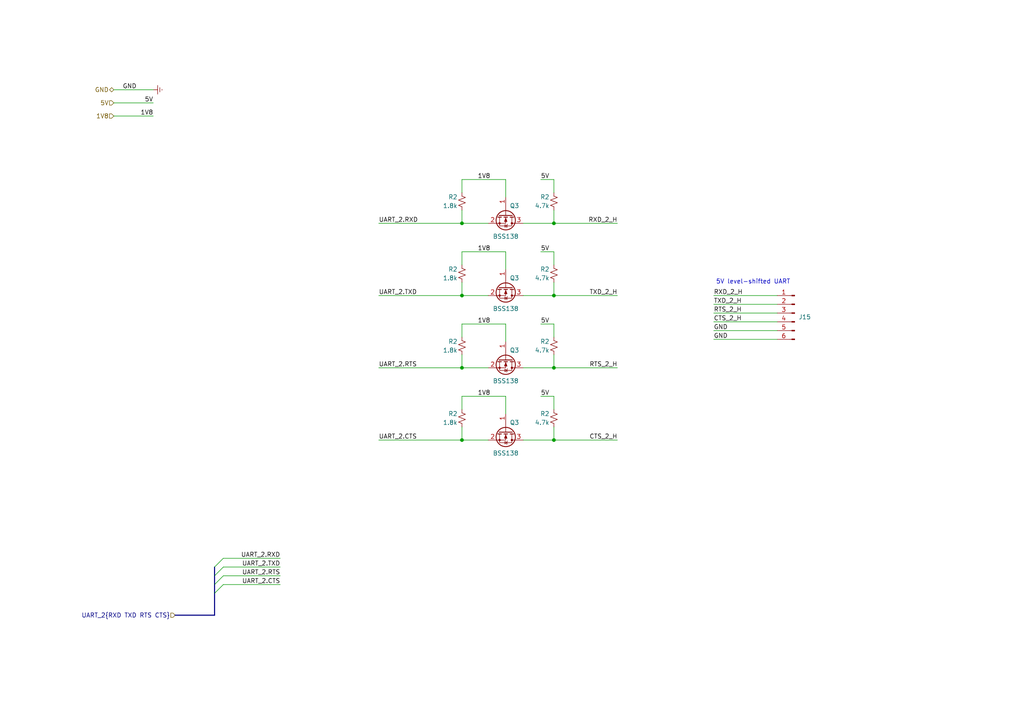
<source format=kicad_sch>
(kicad_sch (version 20230121) (generator eeschema)
  (paper "A4")
  (lib_symbols
    (symbol "CholaSymbolsPrjLib:BSS138" (pin_names hide)
      (property "Reference" "Q" (at 5.08 1.905 0))
      (property "Value" "BSS138" (at 5.08 0 0))
      (symbol "BSS138_0_1"
        (polyline (pts (xy 0.254 0) (xy -2.54 0)))
        (polyline (pts (xy 0.254 1.905) (xy 0.254 -1.905)) (stroke (width 0.254)))
        (polyline (pts (xy 0.762 -1.27) (xy 0.762 -2.286)) (stroke (width 0.254)))
        (polyline (pts (xy 0.762 0.508) (xy 0.762 -0.508)) (stroke (width 0.254)))
        (polyline (pts (xy 0.762 2.286) (xy 0.762 1.27)) (stroke (width 0.254)))
        (polyline (pts (xy 2.54 2.54) (xy 2.54 1.778)))
        (polyline (pts (xy 2.54 -2.54) (xy 2.54 0) (xy 0.762 0)))
        (polyline (pts (xy 0.762 -1.778) (xy 3.302 -1.778) (xy 3.302 1.778) (xy 0.762 1.778)))
        (polyline (pts (xy 1.016 0) (xy 2.032 0.381) (xy 2.032 -0.381) (xy 1.016 0)) (fill (type outline)))
        (polyline (pts (xy 2.794 0.508) (xy 2.921 0.381) (xy 3.683 0.381) (xy 3.81 0.254)))
        (polyline (pts (xy 3.302 0.381) (xy 2.921 -0.254) (xy 3.683 -0.254) (xy 3.302 0.381)))
        (circle (center 1.651 0) (radius 2.794) (stroke (width 0.254)))
        (circle (center 2.54 -1.778) (radius 0.254) (fill (type outline)))
        (circle (center 2.54 1.778) (radius 0.254) (fill (type outline)))
      )
      (symbol "BSS138_1_1"
        (pin input line (at -5.08 0 0) (length 2.54) (name "G") (number "1"))
        (pin passive line (at 2.54 -5.08 90) (length 2.54) (name "S") (number "2"))
        (pin passive line (at 2.54 5.08 270) (length 2.54) (name "D") (number "3"))
      )
    )
    (symbol "CholaSymbolsPrjLib:Conn_01x06_Pin" (pin_names (offset 1.016) hide)
      (property "Reference" "J" (at 0 7.62 0))
      (property "Value" "Conn_01x06_Pin" (at 0 -10.16 0))
      (symbol "Conn_01x06_Pin_1_1"
        (polyline (pts (xy 1.27 -7.62) (xy 0.8636 -7.62)) (stroke (width 0.1524)))
        (polyline (pts (xy 1.27 -5.08) (xy 0.8636 -5.08)) (stroke (width 0.1524)))
        (polyline (pts (xy 1.27 -2.54) (xy 0.8636 -2.54)) (stroke (width 0.1524)))
        (polyline (pts (xy 1.27 0) (xy 0.8636 0)) (stroke (width 0.1524)))
        (polyline (pts (xy 1.27 2.54) (xy 0.8636 2.54)) (stroke (width 0.1524)))
        (polyline (pts (xy 1.27 5.08) (xy 0.8636 5.08)) (stroke (width 0.1524)))
        (rectangle (start 0.8636 -7.493) (end 0 -7.747) (stroke (width 0.1524)) (fill (type outline)))
        (rectangle (start 0.8636 -4.953) (end 0 -5.207) (stroke (width 0.1524)) (fill (type outline)))
        (rectangle (start 0.8636 -2.413) (end 0 -2.667) (stroke (width 0.1524)) (fill (type outline)))
        (rectangle (start 0.8636 0.127) (end 0 -0.127) (stroke (width 0.1524)) (fill (type outline)))
        (rectangle (start 0.8636 2.667) (end 0 2.413) (stroke (width 0.1524)) (fill (type outline)))
        (rectangle (start 0.8636 5.207) (end 0 4.953) (stroke (width 0.1524)) (fill (type outline)))
        (pin passive line (at 5.08 5.08 180) (length 3.81) (name "Pin_1") (number "1"))
        (pin passive line (at 5.08 2.54 180) (length 3.81) (name "Pin_2") (number "2"))
        (pin passive line (at 5.08 0 180) (length 3.81) (name "Pin_3") (number "3"))
        (pin passive line (at 5.08 -2.54 180) (length 3.81) (name "Pin_4") (number "4"))
        (pin passive line (at 5.08 -5.08 180) (length 3.81) (name "Pin_5") (number "5"))
        (pin passive line (at 5.08 -7.62 180) (length 3.81) (name "Pin_6") (number "6"))
      )
    )
    (symbol "CholaSymbolsPrjLib:R_Small_US" (pin_numbers hide) (pin_names (offset 0.254) hide)
      (property "Reference" "R" (at 0.762 0.508 0))
      (property "Value" "R_Small_US" (at 0.762 -1.016 0))
      (symbol "R_Small_US_1_1"
        (polyline (pts (xy 0 0) (xy 1.016 -0.381) (xy 0 -0.762) (xy -1.016 -1.143) (xy 0 -1.524)))
        (polyline (pts (xy 0 1.524) (xy 1.016 1.143) (xy 0 0.762) (xy -1.016 0.381) (xy 0 0)))
        (pin passive line (at 0 2.54 270) (length 1.016) (name "~") (number "1"))
        (pin passive line (at 0 -2.54 90) (length 1.016) (name "~") (number "2"))
      )
    )
    (symbol "power:GNDREF" (power) (pin_names (offset 0))
      (property "Value" "GNDREF" (at 0 -3.81 0))
      (symbol "GNDREF_0_1"
        (polyline (pts (xy -0.635 -1.905) (xy 0.635 -1.905)))
        (polyline (pts (xy -0.127 -2.54) (xy 0.127 -2.54)))
        (polyline (pts (xy 0 -1.27) (xy 0 0)))
        (polyline (pts (xy 1.27 -1.27) (xy -1.27 -1.27)))
      )
      (symbol "GNDREF_1_1"
        (pin power_in line (at 0 0 270) (length 0) hide (name "GNDREF") (number "1"))
      )
    )
  )
  (junction (at 160.655 64.77))
  (junction (at 160.655 106.68))
  (junction (at 133.985 64.77))
  (junction (at 133.985 127.635))
  (junction (at 133.985 106.68))
  (junction (at 160.655 127.635))
  (junction (at 133.985 85.725))
  (junction (at 160.655 85.725))
  (bus_entry (at 62.23 172.085) (size 2.54 -2.54))
  (bus_entry (at 62.23 164.465) (size 2.54 -2.54))
  (bus_entry (at 62.23 169.545) (size 2.54 -2.54))
  (bus_entry (at 62.23 167.005) (size 2.54 -2.54))
  (wire (pts (xy 151.765 64.77) (xy 160.655 64.77)))
  (wire (pts (xy 207.01 93.345) (xy 225.425 93.345)))
  (bus (pts (xy 62.23 164.465) (xy 62.23 167.005)))
  (wire (pts (xy 64.77 169.545) (xy 81.28 169.545)))
  (wire (pts (xy 109.855 106.68) (xy 133.985 106.68)))
  (wire (pts (xy 156.845 93.98) (xy 160.655 93.98)))
  (wire (pts (xy 207.01 88.265) (xy 225.425 88.265)))
  (wire (pts (xy 207.01 90.805) (xy 225.425 90.805)))
  (wire (pts (xy 33.02 33.655) (xy 44.45 33.655)))
  (wire (pts (xy 225.425 85.725) (xy 207.01 85.725)))
  (wire (pts (xy 133.985 52.07) (xy 133.985 55.88)))
  (wire (pts (xy 160.655 123.825) (xy 160.655 127.635)))
  (wire (pts (xy 133.985 60.96) (xy 133.985 64.77)))
  (wire (pts (xy 160.655 52.07) (xy 160.655 55.88)))
  (wire (pts (xy 160.655 106.68) (xy 179.07 106.68)))
  (wire (pts (xy 160.655 102.87) (xy 160.655 106.68)))
  (wire (pts (xy 133.985 93.98) (xy 133.985 97.79)))
  (wire (pts (xy 160.655 127.635) (xy 179.07 127.635)))
  (wire (pts (xy 156.845 52.07) (xy 160.655 52.07)))
  (wire (pts (xy 151.765 127.635) (xy 160.655 127.635)))
  (wire (pts (xy 133.985 127.635) (xy 141.605 127.635)))
  (wire (pts (xy 133.985 52.07) (xy 146.685 52.07)))
  (bus (pts (xy 50.8 178.435) (xy 62.23 178.435)))
  (wire (pts (xy 160.655 73.025) (xy 160.655 76.835)))
  (wire (pts (xy 109.855 64.77) (xy 133.985 64.77)))
  (wire (pts (xy 160.655 81.915) (xy 160.655 85.725)))
  (wire (pts (xy 225.425 95.885) (xy 207.01 95.885)))
  (wire (pts (xy 33.02 26.035) (xy 44.45 26.035)))
  (wire (pts (xy 133.985 114.935) (xy 133.985 118.745)))
  (wire (pts (xy 33.02 29.845) (xy 44.45 29.845)))
  (wire (pts (xy 109.855 127.635) (xy 133.985 127.635)))
  (bus (pts (xy 62.23 167.005) (xy 62.23 169.545)))
  (wire (pts (xy 146.685 93.98) (xy 146.685 99.06)))
  (wire (pts (xy 146.685 52.07) (xy 146.685 57.15)))
  (wire (pts (xy 146.685 114.935) (xy 146.685 120.015)))
  (wire (pts (xy 133.985 93.98) (xy 146.685 93.98)))
  (wire (pts (xy 151.765 106.68) (xy 160.655 106.68)))
  (wire (pts (xy 133.985 64.77) (xy 141.605 64.77)))
  (wire (pts (xy 160.655 64.77) (xy 179.07 64.77)))
  (wire (pts (xy 133.985 73.025) (xy 146.685 73.025)))
  (wire (pts (xy 146.685 73.025) (xy 146.685 78.105)))
  (wire (pts (xy 225.425 98.425) (xy 207.01 98.425)))
  (wire (pts (xy 133.985 114.935) (xy 146.685 114.935)))
  (wire (pts (xy 109.855 85.725) (xy 133.985 85.725)))
  (wire (pts (xy 133.985 123.825) (xy 133.985 127.635)))
  (wire (pts (xy 160.655 85.725) (xy 179.07 85.725)))
  (wire (pts (xy 64.77 167.005) (xy 81.28 167.005)))
  (wire (pts (xy 160.655 60.96) (xy 160.655 64.77)))
  (wire (pts (xy 64.77 161.925) (xy 81.28 161.925)))
  (wire (pts (xy 133.985 73.025) (xy 133.985 76.835)))
  (wire (pts (xy 160.655 93.98) (xy 160.655 97.79)))
  (wire (pts (xy 156.845 114.935) (xy 160.655 114.935)))
  (wire (pts (xy 151.765 85.725) (xy 160.655 85.725)))
  (wire (pts (xy 156.845 73.025) (xy 160.655 73.025)))
  (bus (pts (xy 62.23 172.085) (xy 62.23 178.435)))
  (wire (pts (xy 133.985 85.725) (xy 141.605 85.725)))
  (wire (pts (xy 133.985 106.68) (xy 141.605 106.68)))
  (bus (pts (xy 62.23 169.545) (xy 62.23 172.085)))
  (wire (pts (xy 133.985 102.87) (xy 133.985 106.68)))
  (wire (pts (xy 64.77 164.465) (xy 81.28 164.465)))
  (wire (pts (xy 160.655 114.935) (xy 160.655 118.745)))
  (wire (pts (xy 133.985 81.915) (xy 133.985 85.725)))
  (text "5V level-shifted UART" (at 207.645 82.55 0) (effects (font (size 1.27 1.27)) (justify left bottom)))
  (label "RXD_2_H" (at 179.07 64.77 180))
  (label "1V8" (at 142.24 52.07 180))
  (label "1V8" (at 142.24 114.935 180))
  (label "UART_2.CTS" (at 81.28 169.545 180))
  (label "RTS_2_H" (at 207.01 90.805 0))
  (label "RXD_2_H" (at 207.01 85.725 0))
  (label "UART_2.RTS" (at 109.855 106.68 0))
  (label "CTS_2_H" (at 207.01 93.345 0))
  (label "5V" (at 156.845 114.935 0))
  (label "GND" (at 207.01 98.425 0))
  (label "5V" (at 156.845 73.025 0))
  (label "5V" (at 156.845 93.98 0))
  (label "UART_2.TXD" (at 109.855 85.725 0))
  (label "TXD_2_H" (at 207.01 88.265 0))
  (label "UART_2.TXD" (at 81.28 164.465 180))
  (label "1V8" (at 142.24 73.025 180))
  (label "UART_2.RXD" (at 109.855 64.77 0))
  (label "5V" (at 44.45 29.845 180))
  (label "1V8" (at 142.24 93.98 180))
  (label "UART_2.CTS" (at 109.855 127.635 0))
  (label "1V8" (at 44.45 33.655 180))
  (label "GND" (at 35.56 26.035 0))
  (label "TXD_2_H" (at 179.07 85.725 180))
  (label "CTS_2_H" (at 179.07 127.635 180))
  (label "UART_2.RTS" (at 81.28 167.005 180))
  (label "GND" (at 207.01 95.885 0))
  (label "UART_2.RXD" (at 81.28 161.925 180))
  (label "RTS_2_H" (at 179.07 106.68 180))
  (label "5V" (at 156.845 52.07 0))
  (hierarchical_label "5V" (shape input) (at 33.02 29.845 180))
  (hierarchical_label "GND" (shape bidirectional) (at 33.02 26.035 180))
  (hierarchical_label "1V8" (shape input) (at 33.02 33.655 180))
  (hierarchical_label "UART_2{RXD TXD RTS CTS}" (shape input) (at 50.8 178.435 180))
  (symbol (lib_id "CholaSymbolsPrjLib:R_Small_US") (at 133.985 58.42 180) (unit 1)
    (property "Reference" "R2" (at 132.715 57.15 0) (effects (justify left)))
    (property "Value" "1.8k" (at 132.715 59.69 0) (effects (justify left)))
    (property "Footprint" "Resistor_SMD:R_0402_1005Metric" (effects hide))
    (instances (project "Tangenta" (path "" (reference "R2") (unit 1)) (path "" (reference "R18") (unit 1)) (path "" (reference "R26") (unit 1)) (path "" (reference "R41") (unit 1)) (path "" (reference "R41") (unit 1)) (path "" (reference "R160") (unit 1)) (path "" (reference "R170") (unit 1))))
  )
  (symbol (lib_id "CholaSymbolsPrjLib:R_Small_US") (at 160.655 100.33 180) (unit 1)
    (property "Reference" "R2" (at 159.385 99.06 0) (effects (justify left)))
    (property "Value" "4.7k" (at 159.385 101.6 0) (effects (justify left)))
    (property "Footprint" "Resistor_SMD:R_0402_1005Metric" (effects hide))
    (instances (project "Tangenta" (path "" (reference "R2") (unit 1)) (path "" (reference "R18") (unit 1)) (path "" (reference "R28") (unit 1)) (path "" (reference "R28") (unit 1)) (path "" (reference "R166") (unit 1)) (path "" (reference "R176") (unit 1))))
  )
  (symbol (lib_id "CholaSymbolsPrjLib:Conn_01x06_Pin") (at 230.505 90.805 0) (mirror y) (unit 1)
    (property "Reference" "J15" (at 233.426 91.948 0))
    (property "Value" "Conn_01x06_Pin" (effects hide))
    (property "Footprint" "Connector_PinHeader_2.54mm:PinHeader_1x06_P2.54mm_Vertical" (effects hide))
    (instances (project "Tangenta" (path "" (reference "J15") (unit 1)) (path "" (reference "J15") (unit 1)) (path "" (reference "J21") (unit 1)) (path "" (reference "J27") (unit 1))))
  )
  (symbol (lib_id "CholaSymbolsPrjLib:BSS138") (at 146.685 83.185 270) (unit 1)
    (property "Reference" "Q3" (at 149.225 80.645 90))
    (property "Value" "BSS138" (at 146.685 89.535 90))
    (property "Footprint" "Package_TO_SOT_SMD:SOT-23" (effects hide))
    (property "Datasheet" "https://www.onsemi.com/pub/Collateral/BSS138-D.PDF" (effects hide))
    (instances (project "Tangenta" (path "" (reference "Q3") (unit 1)) (path "" (reference "Q5") (unit 1)) (path "" (reference "Q12") (unit 1)) (path "" (reference "Q12") (unit 1))))
  )
  (symbol (lib_id "CholaSymbolsPrjLib:BSS138") (at 146.685 104.14 270) (unit 1)
    (property "Reference" "Q3" (at 149.225 101.6 90))
    (property "Value" "BSS138" (at 146.685 110.49 90))
    (property "Footprint" "Package_TO_SOT_SMD:SOT-23" (effects hide))
    (property "Datasheet" "https://www.onsemi.com/pub/Collateral/BSS138-D.PDF" (effects hide))
    (instances (project "Tangenta" (path "" (reference "Q3") (unit 1)) (path "" (reference "Q5") (unit 1)) (path "" (reference "Q13") (unit 1)) (path "" (reference "Q13") (unit 1))))
  )
  (symbol (lib_id "CholaSymbolsPrjLib:R_Small_US") (at 160.655 121.285 180) (unit 1)
    (property "Reference" "R2" (at 159.385 120.015 0) (effects (justify left)))
    (property "Value" "4.7k" (at 159.385 122.555 0) (effects (justify left)))
    (property "Footprint" "Resistor_SMD:R_0402_1005Metric" (effects hide))
    (instances (project "Tangenta" (path "" (reference "R2") (unit 1)) (path "" (reference "R18") (unit 1)) (path "" (reference "R28") (unit 1)) (path "" (reference "R28") (unit 1)) (path "" (reference "R167") (unit 1)) (path "" (reference "R177") (unit 1))))
  )
  (symbol (lib_id "power:GNDREF") (at 44.45 26.035 90) (unit 1)
    (property "Reference" "#PWR030" (effects hide))
    (property "Value" "GNDREF" (effects hide))
    (instances (project "Tangenta" (path "" (reference "#PWR030") (unit 1)) (path "" (reference "#PWR035") (unit 1)) (path "" (reference "#PWR076") (unit 1)) (path "" (reference "#PWR089") (unit 1))))
  )
  (symbol (lib_id "CholaSymbolsPrjLib:R_Small_US") (at 133.985 79.375 180) (unit 1)
    (property "Reference" "R2" (at 132.715 78.105 0) (effects (justify left)))
    (property "Value" "1.8k" (at 132.715 80.645 0) (effects (justify left)))
    (property "Footprint" "Resistor_SMD:R_0402_1005Metric" (effects hide))
    (instances (project "Tangenta" (path "" (reference "R2") (unit 1)) (path "" (reference "R18") (unit 1)) (path "" (reference "R26") (unit 1)) (path "" (reference "R41") (unit 1)) (path "" (reference "R41") (unit 1)) (path "" (reference "R161") (unit 1)) (path "" (reference "R171") (unit 1))))
  )
  (symbol (lib_id "CholaSymbolsPrjLib:R_Small_US") (at 160.655 79.375 180) (unit 1)
    (property "Reference" "R2" (at 159.385 78.105 0) (effects (justify left)))
    (property "Value" "4.7k" (at 159.385 80.645 0) (effects (justify left)))
    (property "Footprint" "Resistor_SMD:R_0402_1005Metric" (effects hide))
    (instances (project "Tangenta" (path "" (reference "R2") (unit 1)) (path "" (reference "R18") (unit 1)) (path "" (reference "R28") (unit 1)) (path "" (reference "R28") (unit 1)) (path "" (reference "R165") (unit 1)) (path "" (reference "R175") (unit 1))))
  )
  (symbol (lib_id "CholaSymbolsPrjLib:BSS138") (at 146.685 62.23 270) (unit 1)
    (property "Reference" "Q3" (at 149.225 59.69 90))
    (property "Value" "BSS138" (at 146.685 68.58 90))
    (property "Footprint" "Package_TO_SOT_SMD:SOT-23" (effects hide))
    (property "Datasheet" "https://www.onsemi.com/pub/Collateral/BSS138-D.PDF" (effects hide))
    (instances (project "Tangenta" (path "" (reference "Q3") (unit 1)) (path "" (reference "Q5") (unit 1)) (path "" (reference "Q11") (unit 1)) (path "" (reference "Q11") (unit 1))))
  )
  (symbol (lib_id "CholaSymbolsPrjLib:R_Small_US") (at 133.985 100.33 180) (unit 1)
    (property "Reference" "R2" (at 132.715 99.06 0) (effects (justify left)))
    (property "Value" "1.8k" (at 132.715 101.6 0) (effects (justify left)))
    (property "Footprint" "Resistor_SMD:R_0402_1005Metric" (effects hide))
    (instances (project "Tangenta" (path "" (reference "R2") (unit 1)) (path "" (reference "R18") (unit 1)) (path "" (reference "R26") (unit 1)) (path "" (reference "R41") (unit 1)) (path "" (reference "R41") (unit 1)) (path "" (reference "R162") (unit 1)) (path "" (reference "R172") (unit 1))))
  )
  (symbol (lib_id "CholaSymbolsPrjLib:BSS138") (at 146.685 125.095 270) (unit 1)
    (property "Reference" "Q3" (at 149.225 122.555 90))
    (property "Value" "BSS138" (at 146.685 131.445 90))
    (property "Footprint" "Package_TO_SOT_SMD:SOT-23" (effects hide))
    (property "Datasheet" "https://www.onsemi.com/pub/Collateral/BSS138-D.PDF" (effects hide))
    (instances (project "Tangenta" (path "" (reference "Q3") (unit 1)) (path "" (reference "Q5") (unit 1)) (path "" (reference "Q14") (unit 1)) (path "" (reference "Q14") (unit 1))))
  )
  (symbol (lib_id "CholaSymbolsPrjLib:R_Small_US") (at 133.985 121.285 180) (unit 1)
    (property "Reference" "R2" (at 132.715 120.015 0) (effects (justify left)))
    (property "Value" "1.8k" (at 132.715 122.555 0) (effects (justify left)))
    (property "Footprint" "Resistor_SMD:R_0402_1005Metric" (effects hide))
    (instances (project "Tangenta" (path "" (reference "R2") (unit 1)) (path "" (reference "R18") (unit 1)) (path "" (reference "R26") (unit 1)) (path "" (reference "R41") (unit 1)) (path "" (reference "R41") (unit 1)) (path "" (reference "R163") (unit 1)) (path "" (reference "R173") (unit 1))))
  )
  (symbol (lib_id "CholaSymbolsPrjLib:R_Small_US") (at 160.655 58.42 180) (unit 1)
    (property "Reference" "R2" (at 159.385 57.15 0) (effects (justify left)))
    (property "Value" "4.7k" (at 159.385 59.69 0) (effects (justify left)))
    (property "Footprint" "Resistor_SMD:R_0402_1005Metric" (effects hide))
    (instances (project "Tangenta" (path "" (reference "R2") (unit 1)) (path "" (reference "R18") (unit 1)) (path "" (reference "R28") (unit 1)) (path "" (reference "R28") (unit 1)) (path "" (reference "R164") (unit 1)) (path "" (reference "R174") (unit 1))))
  )
)
</source>
